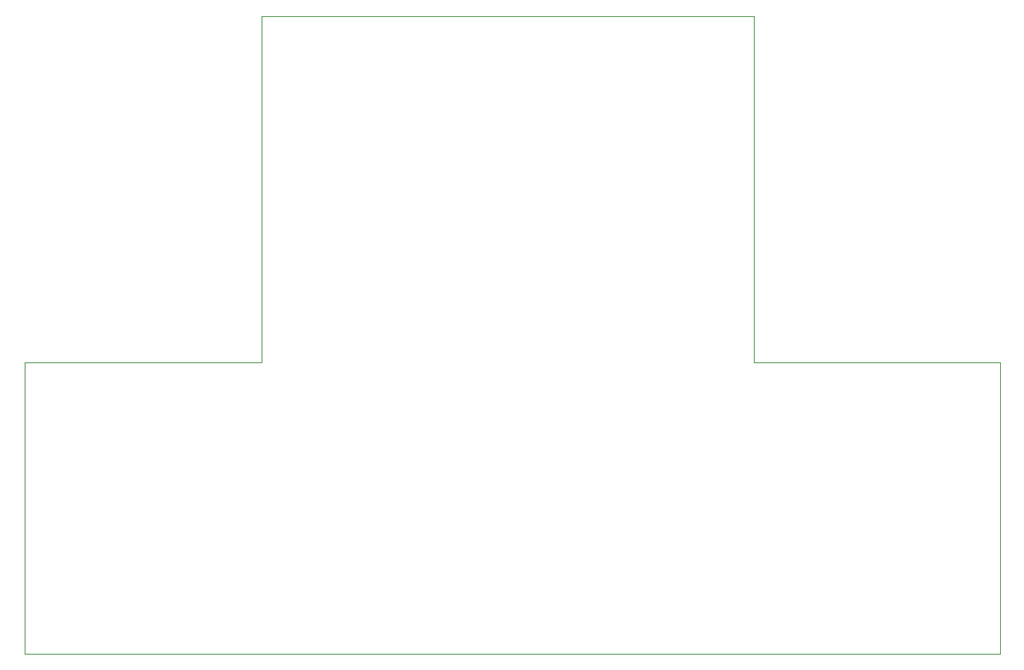
<source format=gbr>
G04 #@! TF.GenerationSoftware,KiCad,Pcbnew,9.0.4*
G04 #@! TF.CreationDate,2025-08-30T13:56:26-07:00*
G04 #@! TF.ProjectId,romi_board,726f6d69-5f62-46f6-9172-642e6b696361,rev?*
G04 #@! TF.SameCoordinates,Original*
G04 #@! TF.FileFunction,Profile,NP*
%FSLAX46Y46*%
G04 Gerber Fmt 4.6, Leading zero omitted, Abs format (unit mm)*
G04 Created by KiCad (PCBNEW 9.0.4) date 2025-08-30 13:56:26*
%MOMM*%
%LPD*%
G01*
G04 APERTURE LIST*
G04 #@! TA.AperFunction,Profile*
%ADD10C,0.050000*%
G04 #@! TD*
G04 APERTURE END LIST*
D10*
X76192122Y-121311657D02*
X50192122Y-121311657D01*
X157192122Y-121311657D02*
X130192122Y-121311657D01*
X157192122Y-153311657D02*
X157192122Y-121311657D01*
X50192122Y-153311657D02*
X50192122Y-121311657D01*
X157192122Y-153311657D02*
X50192122Y-153311657D01*
X130192122Y-121311657D02*
X130192122Y-83311657D01*
X130192122Y-83311657D02*
X76192122Y-83311657D01*
X76192122Y-83311657D02*
X76192122Y-121311657D01*
M02*

</source>
